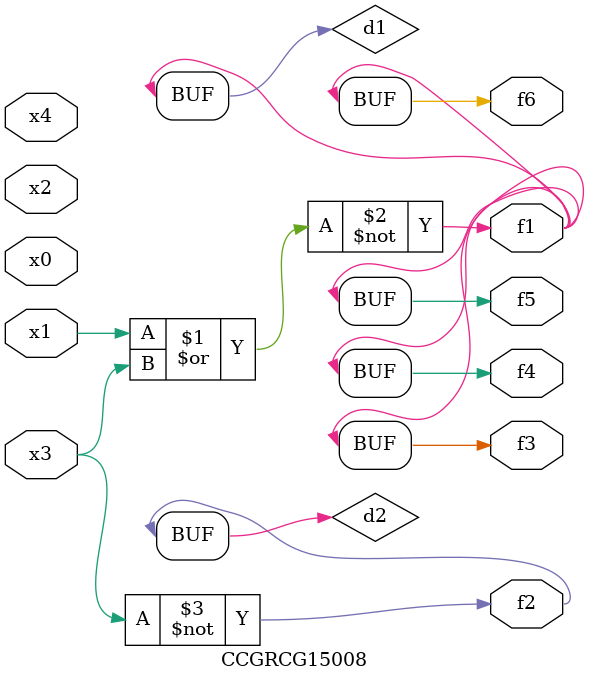
<source format=v>
module CCGRCG15008(
	input x0, x1, x2, x3, x4,
	output f1, f2, f3, f4, f5, f6
);

	wire d1, d2;

	nor (d1, x1, x3);
	not (d2, x3);
	assign f1 = d1;
	assign f2 = d2;
	assign f3 = d1;
	assign f4 = d1;
	assign f5 = d1;
	assign f6 = d1;
endmodule

</source>
